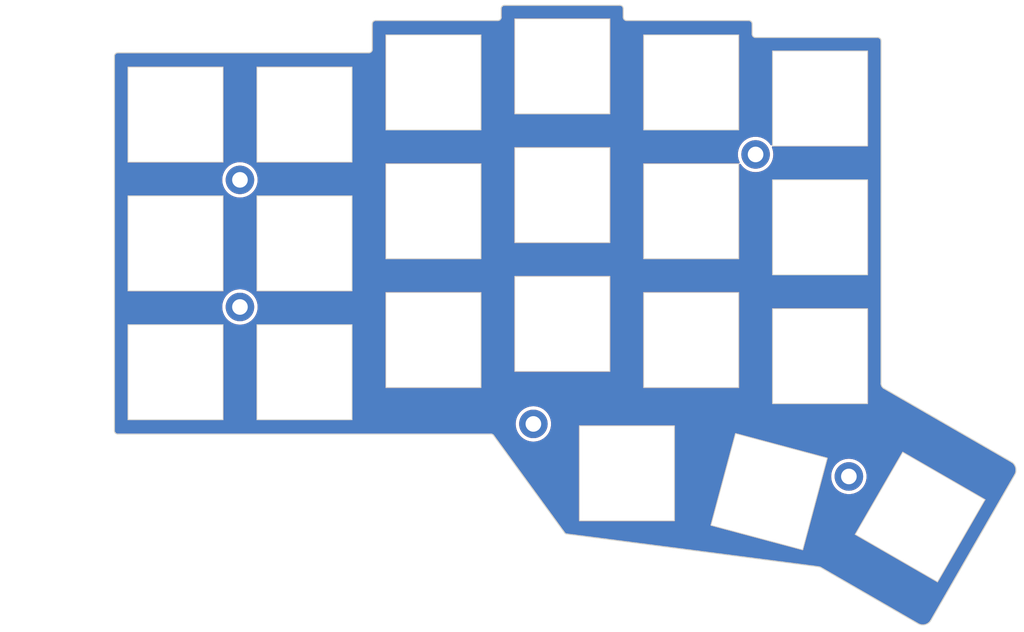
<source format=kicad_pcb>
(kicad_pcb (version 20240108) (generator "pcbnew") (generator_version "8.0")
  (title_block (title "Corne Top Plate") (date "2018-12-09") (rev "2.1") (company "foostan"))
  (layers (0 "F.Cu" signal) (31 "B.Cu" signal) (34 "B.Paste" user) (35 "F.Paste" user) (36 "B.SilkS" user "B.Silkscreen") (37 "F.SilkS" user "F.Silkscreen") (38 "B.Mask" user) (39 "F.Mask" user) (44 "Edge.Cuts" user))
  (net 0 "")
  (footprint "kbd:M2_Hole_TH" (layer "F.Cu") (at 79.5 86.75)
    (property "Reference" "" (at 0 -3.2 0) (layer "F.SilkS"))
    (property "Value" "")
    (pad "" thru_hole circle (at 0 0) (size 4.2 4.2) (drill 2.3) (layers "*.Cu" "*.Mask"))
  )
  (footprint "kbd:M2_Hole_TH" (layer "F.Cu") (at 79.5 105.5)
    (property "Reference" "" (at 0 -3.2 0) (layer "F.SilkS"))
    (property "Value" "")
    (pad "" thru_hole circle (at 0 0) (size 4.2 4.2) (drill 2.3) (layers "*.Cu" "*.Mask"))
  )
  (footprint "kbd:M2_Hole_TH" (layer "F.Cu") (at 155.5 83)
    (property "Reference" "" (at 0 -3.2 0) (layer "F.SilkS"))
    (property "Value" "")
    (pad "" thru_hole circle (at 0 0) (size 4.2 4.2) (drill 2.3) (layers "*.Cu" "*.Mask"))
  )
  (footprint "kbd:M2_Hole_TH" (layer "F.Cu") (at 122.75 122.75)
    (property "Reference" "" (at 0 -3.2 0) (layer "F.SilkS"))
    (property "Value" "")
    (pad "" thru_hole circle (at 0 0) (size 4.2 4.2) (drill 2.3) (layers "*.Cu" "*.Mask"))
  )
  (footprint "kbd:M2_Hole_TH" (layer "F.Cu") (at 169.25 130.5)
    (property "Reference" "" (at 0 -3.2 0) (layer "F.SilkS"))
    (property "Value" "")
    (pad "" thru_hole circle (at 0 0) (size 4.2 4.2) (drill 2.3) (layers "*.Cu" "*.Mask"))
  )
  (footprint "kbd:SW_Hole" (layer "F.Cu") (at 70.01 77.125)
    (property "Reference" "SW2" (hide yes))
    (property "Value" "KEY_SWITCH" (hide yes))
    (fp_line (start -7 -7) (end -7 7) (stroke (width 0.12)) (layer "Edge.Cuts"))
    (fp_line (start -7 7) (end 7 7) (stroke (width 0.12)) (layer "Edge.Cuts"))
    (fp_line (start 7 -7) (end -7 -7) (stroke (width 0.12)) (layer "Edge.Cuts"))
    (fp_line (start 7 7) (end 7 -7) (stroke (width 0.12)) (layer "Edge.Cuts"))
  )
  (footprint "kbd:SW_Hole" (layer "F.Cu") (at 70.01 96.125)
    (property "Reference" "SW2" (hide yes))
    (property "Value" "KEY_SWITCH" (hide yes))
    (fp_line (start -7 -7) (end -7 7) (stroke (width 0.12)) (layer "Edge.Cuts"))
    (fp_line (start -7 7) (end 7 7) (stroke (width 0.12)) (layer "Edge.Cuts"))
    (fp_line (start 7 -7) (end -7 -7) (stroke (width 0.12)) (layer "Edge.Cuts"))
    (fp_line (start 7 7) (end 7 -7) (stroke (width 0.12)) (layer "Edge.Cuts"))
  )
  (footprint "kbd:SW_Hole" (layer "F.Cu") (at 70.01 115.125)
    (property "Reference" "SW2" (hide yes))
    (property "Value" "KEY_SWITCH" (hide yes))
    (fp_line (start -7 -7) (end -7 7) (stroke (width 0.12)) (layer "Edge.Cuts"))
    (fp_line (start -7 7) (end 7 7) (stroke (width 0.12)) (layer "Edge.Cuts"))
    (fp_line (start 7 -7) (end -7 -7) (stroke (width 0.12)) (layer "Edge.Cuts"))
    (fp_line (start 7 7) (end 7 -7) (stroke (width 0.12)) (layer "Edge.Cuts"))
  )
  (footprint "kbd:SW_Hole" (layer "F.Cu") (at 89.01 77.125)
    (property "Reference" "SW2" (hide yes))
    (property "Value" "KEY_SWITCH" (hide yes))
    (fp_line (start -7 -7) (end -7 7) (stroke (width 0.12)) (layer "Edge.Cuts"))
    (fp_line (start -7 7) (end 7 7) (stroke (width 0.12)) (layer "Edge.Cuts"))
    (fp_line (start 7 -7) (end -7 -7) (stroke (width 0.12)) (layer "Edge.Cuts"))
    (fp_line (start 7 7) (end 7 -7) (stroke (width 0.12)) (layer "Edge.Cuts"))
  )
  (footprint "kbd:SW_Hole" (layer "F.Cu") (at 89.01 115.125)
    (property "Reference" "SW2" (hide yes))
    (property "Value" "KEY_SWITCH" (hide yes))
    (fp_line (start -7 -7) (end -7 7) (stroke (width 0.12)) (layer "Edge.Cuts"))
    (fp_line (start -7 7) (end 7 7) (stroke (width 0.12)) (layer "Edge.Cuts"))
    (fp_line (start 7 -7) (end -7 -7) (stroke (width 0.12)) (layer "Edge.Cuts"))
    (fp_line (start 7 7) (end 7 -7) (stroke (width 0.12)) (layer "Edge.Cuts"))
  )
  (footprint "kbd:SW_Hole" (layer "F.Cu") (at 89.01 96.125)
    (property "Reference" "SW2" (hide yes))
    (property "Value" "KEY_SWITCH" (hide yes))
    (fp_line (start -7 -7) (end -7 7) (stroke (width 0.12)) (layer "Edge.Cuts"))
    (fp_line (start -7 7) (end 7 7) (stroke (width 0.12)) (layer "Edge.Cuts"))
    (fp_line (start 7 -7) (end -7 -7) (stroke (width 0.12)) (layer "Edge.Cuts"))
    (fp_line (start 7 7) (end 7 -7) (stroke (width 0.12)) (layer "Edge.Cuts"))
  )
  (footprint "kbd:SW_Hole" (layer "F.Cu") (at 108.01 72.375)
    (property "Reference" "SW2" (hide yes))
    (property "Value" "KEY_SWITCH" (hide yes))
    (fp_line (start -7 -7) (end -7 7) (stroke (width 0.12)) (layer "Edge.Cuts"))
    (fp_line (start -7 7) (end 7 7) (stroke (width 0.12)) (layer "Edge.Cuts"))
    (fp_line (start 7 -7) (end -7 -7) (stroke (width 0.12)) (layer "Edge.Cuts"))
    (fp_line (start 7 7) (end 7 -7) (stroke (width 0.12)) (layer "Edge.Cuts"))
  )
  (footprint "kbd:SW_Hole" (layer "F.Cu") (at 108.01 110.375)
    (property "Reference" "SW2" (hide yes))
    (property "Value" "KEY_SWITCH" (hide yes))
    (fp_line (start -7 -7) (end -7 7) (stroke (width 0.12)) (layer "Edge.Cuts"))
    (fp_line (start -7 7) (end 7 7) (stroke (width 0.12)) (layer "Edge.Cuts"))
    (fp_line (start 7 -7) (end -7 -7) (stroke (width 0.12)) (layer "Edge.Cuts"))
    (fp_line (start 7 7) (end 7 -7) (stroke (width 0.12)) (layer "Edge.Cuts"))
  )
  (footprint "kbd:SW_Hole" (layer "F.Cu") (at 108.01 91.375)
    (property "Reference" "SW2" (hide yes))
    (property "Value" "KEY_SWITCH" (hide yes))
    (fp_line (start -7 -7) (end -7 7) (stroke (width 0.12)) (layer "Edge.Cuts"))
    (fp_line (start -7 7) (end 7 7) (stroke (width 0.12)) (layer "Edge.Cuts"))
    (fp_line (start 7 -7) (end -7 -7) (stroke (width 0.12)) (layer "Edge.Cuts"))
    (fp_line (start 7 7) (end 7 -7) (stroke (width 0.12)) (layer "Edge.Cuts"))
  )
  (footprint "kbd:SW_Hole" (layer "F.Cu") (at 127.01 70)
    (property "Reference" "SW2" (hide yes))
    (property "Value" "KEY_SWITCH" (hide yes))
    (fp_line (start -7 -7) (end -7 7) (stroke (width 0.12)) (layer "Edge.Cuts"))
    (fp_line (start -7 7) (end 7 7) (stroke (width 0.12)) (layer "Edge.Cuts"))
    (fp_line (start 7 -7) (end -7 -7) (stroke (width 0.12)) (layer "Edge.Cuts"))
    (fp_line (start 7 7) (end 7 -7) (stroke (width 0.12)) (layer "Edge.Cuts"))
  )
  (footprint "kbd:SW_Hole" (layer "F.Cu") (at 127.01 108)
    (property "Reference" "SW2" (hide yes))
    (property "Value" "KEY_SWITCH" (hide yes))
    (fp_line (start -7 -7) (end -7 7) (stroke (width 0.12)) (layer "Edge.Cuts"))
    (fp_line (start -7 7) (end 7 7) (stroke (width 0.12)) (layer "Edge.Cuts"))
    (fp_line (start 7 -7) (end -7 -7) (stroke (width 0.12)) (layer "Edge.Cuts"))
    (fp_line (start 7 7) (end 7 -7) (stroke (width 0.12)) (layer "Edge.Cuts"))
  )
  (footprint "kbd:SW_Hole" (layer "F.Cu") (at 127.01 89)
    (property "Reference" "SW2" (hide yes))
    (property "Value" "KEY_SWITCH" (hide yes))
    (fp_line (start -7 -7) (end -7 7) (stroke (width 0.12)) (layer "Edge.Cuts"))
    (fp_line (start -7 7) (end 7 7) (stroke (width 0.12)) (layer "Edge.Cuts"))
    (fp_line (start 7 -7) (end -7 -7) (stroke (width 0.12)) (layer "Edge.Cuts"))
    (fp_line (start 7 7) (end 7 -7) (stroke (width 0.12)) (layer "Edge.Cuts"))
  )
  (footprint "kbd:SW_Hole" (layer "F.Cu") (at 146.01 110.375)
    (property "Reference" "SW2" (hide yes))
    (property "Value" "KEY_SWITCH" (hide yes))
    (fp_line (start -7 -7) (end -7 7) (stroke (width 0.12)) (layer "Edge.Cuts"))
    (fp_line (start -7 7) (end 7 7) (stroke (width 0.12)) (layer "Edge.Cuts"))
    (fp_line (start 7 -7) (end -7 -7) (stroke (width 0.12)) (layer "Edge.Cuts"))
    (fp_line (start 7 7) (end 7 -7) (stroke (width 0.12)) (layer "Edge.Cuts"))
  )
  (footprint "kbd:SW_Hole" (layer "F.Cu") (at 146.01 72.375)
    (property "Reference" "SW2" (hide yes))
    (property "Value" "KEY_SWITCH" (hide yes))
    (fp_line (start -7 -7) (end -7 7) (stroke (width 0.12)) (layer "Edge.Cuts"))
    (fp_line (start -7 7) (end 7 7) (stroke (width 0.12)) (layer "Edge.Cuts"))
    (fp_line (start 7 -7) (end -7 -7) (stroke (width 0.12)) (layer "Edge.Cuts"))
    (fp_line (start 7 7) (end 7 -7) (stroke (width 0.12)) (layer "Edge.Cuts"))
  )
  (footprint "kbd:SW_Hole" (layer "F.Cu") (at 146.01 91.375)
    (property "Reference" "SW2" (hide yes))
    (property "Value" "KEY_SWITCH" (hide yes))
    (fp_line (start -7 -7) (end -7 7) (stroke (width 0.12)) (layer "Edge.Cuts"))
    (fp_line (start -7 7) (end 7 7) (stroke (width 0.12)) (layer "Edge.Cuts"))
    (fp_line (start 7 -7) (end -7 -7) (stroke (width 0.12)) (layer "Edge.Cuts"))
    (fp_line (start 7 7) (end 7 -7) (stroke (width 0.12)) (layer "Edge.Cuts"))
  )
  (footprint "kbd:SW_Hole" (layer "F.Cu") (at 165.01 93.75)
    (property "Reference" "SW2" (hide yes))
    (property "Value" "KEY_SWITCH" (hide yes))
    (fp_line (start -7 -7) (end -7 7) (stroke (width 0.12)) (layer "Edge.Cuts"))
    (fp_line (start -7 7) (end 7 7) (stroke (width 0.12)) (layer "Edge.Cuts"))
    (fp_line (start 7 -7) (end -7 -7) (stroke (width 0.12)) (layer "Edge.Cuts"))
    (fp_line (start 7 7) (end 7 -7) (stroke (width 0.12)) (layer "Edge.Cuts"))
  )
  (footprint "kbd:SW_Hole" (layer "F.Cu") (at 165.01 74.75)
    (property "Reference" "SW2" (hide yes))
    (property "Value" "KEY_SWITCH" (hide yes))
    (fp_line (start -7 -7) (end -7 7) (stroke (width 0.12)) (layer "Edge.Cuts"))
    (fp_line (start -7 7) (end 7 7) (stroke (width 0.12)) (layer "Edge.Cuts"))
    (fp_line (start 7 -7) (end -7 -7) (stroke (width 0.12)) (layer "Edge.Cuts"))
    (fp_line (start 7 7) (end 7 -7) (stroke (width 0.12)) (layer "Edge.Cuts"))
  )
  (footprint "kbd:SW_Hole" (layer "F.Cu") (at 165.01 112.75)
    (property "Reference" "SW2" (hide yes))
    (property "Value" "KEY_SWITCH" (hide yes))
    (fp_line (start -7 -7) (end -7 7) (stroke (width 0.12)) (layer "Edge.Cuts"))
    (fp_line (start -7 7) (end 7 7) (stroke (width 0.12)) (layer "Edge.Cuts"))
    (fp_line (start 7 -7) (end -7 -7) (stroke (width 0.12)) (layer "Edge.Cuts"))
    (fp_line (start 7 7) (end 7 -7) (stroke (width 0.12)) (layer "Edge.Cuts"))
  )
  (footprint "kbd:SW_Hole" (layer "F.Cu") (at 136.53 130.035)
    (property "Reference" "SW2" (hide yes))
    (property "Value" "KEY_SWITCH" (hide yes))
    (fp_line (start -7 -7) (end -7 7) (stroke (width 0.12)) (layer "Edge.Cuts"))
    (fp_line (start -7 7) (end 7 7) (stroke (width 0.12)) (layer "Edge.Cuts"))
    (fp_line (start 7 -7) (end -7 -7) (stroke (width 0.12)) (layer "Edge.Cuts"))
    (fp_line (start 7 7) (end 7 -7) (stroke (width 0.12)) (layer "Edge.Cuts"))
  )
  (footprint "kbd:SW_Hole" (layer "F.Cu") (at 157.492 132.744 -15)
    (property "Reference" "SW2" (hide yes))
    (property "Value" "KEY_SWITCH" (hide yes))
    (fp_line (start -7 7) (end 7 7) (stroke (width 0.12)) (layer "Edge.Cuts"))
    (fp_line (start -7 -7) (end -7 7) (stroke (width 0.12)) (layer "Edge.Cuts"))
    (fp_line (start 7 7) (end 7 -7) (stroke (width 0.12)) (layer "Edge.Cuts"))
    (fp_line (start 7 -7) (end -7 -7) (stroke (width 0.12)) (layer "Edge.Cuts"))
  )
  (footprint "kbd:SW_Hole" (layer "F.Cu") (at 179.75 136.485 -30)
    (property "Reference" "SW2" (hide yes))
    (property "Value" "KEY_SWITCH" (hide yes))
    (fp_line (start -7 7) (end 7 7) (stroke (width 0.12)) (layer "Edge.Cuts"))
    (fp_line (start -7 -7) (end -7 7) (stroke (width 0.12)) (layer "Edge.Cuts"))
    (fp_line (start 7 7) (end 7 -7) (stroke (width 0.12)) (layer "Edge.Cuts"))
    (fp_line (start 7 -7) (end -7 -7) (stroke (width 0.12)) (layer "Edge.Cuts"))
  )
  (footprint "kbd:corne-logo-horizontal-mask" (layer "F.Cu") (at 108.335 121.925)
    (property "Reference" "G***" (hide yes))
    (property "Value" "LOGO" (hide yes))
  )
  (footprint "kbd:corne-logo-horizontal-mask" (layer "B.Cu") (at 108.085 121.975 180)
    (property "Reference" "G***" (hide yes))
    (property "Value" "LOGO" (hide yes))
  )
  (gr_arc (start 193.270509 128.396988) (mid 193.860661 129.282182) (end 193.65 130.325) (stroke (width 0.15)) (layer "Edge.Cuts"))
  (gr_arc (start 118 61.5) (mid 118.146447 61.146447) (end 118.5 61) (stroke (width 0.15)) (layer "Edge.Cuts"))
  (gr_arc (start 61.5 124.25) (mid 61.146447 124.103553) (end 61 123.75) (stroke (width 0.15)) (layer "Edge.Cuts"))
  (gr_line (start 155 65.25) (end 155 63.75) (stroke (width 0.15)) (layer "Edge.Cuts"))
  (gr_arc (start 154.5 63.25) (mid 154.853553 63.396447) (end 155 63.75) (stroke (width 0.15)) (layer "Edge.Cuts"))
  (gr_line (start 165.075 143.9) (end 179.369251 152.160956) (stroke (width 0.15)) (layer "Edge.Cuts"))
  (gr_line (start 117.5 63.25) (end 99.5 63.25) (stroke (width 0.15)) (layer "Edge.Cuts"))
  (gr_arc (start 136.5 63.25) (mid 136.146447 63.103553) (end 136 62.75) (stroke (width 0.15)) (layer "Edge.Cuts"))
  (gr_line (start 154.5 63.25) (end 136.5 63.25) (stroke (width 0.15)) (layer "Edge.Cuts"))
  (gr_line (start 135.5 61) (end 118.5 61) (stroke (width 0.15)) (layer "Edge.Cuts"))
  (gr_arc (start 61 68.5) (mid 61.146447 68.146447) (end 61.5 68) (stroke (width 0.15)) (layer "Edge.Cuts"))
  (gr_line (start 99 63.75) (end 99 67.5) (stroke (width 0.15)) (layer "Edge.Cuts"))
  (gr_line (start 116.5 124.25) (end 61.5 124.25) (stroke (width 0.15)) (layer "Edge.Cuts"))
  (gr_arc (start 181.297263 151.781465) (mid 180.412069 152.371617) (end 179.369251 152.160956) (stroke (width 0.15)) (layer "Edge.Cuts"))
  (gr_arc (start 174.35 117.475) (mid 174.096093 117.183739) (end 173.997282 116.810192) (stroke (width 0.15)) (layer "Edge.Cuts"))
  (gr_line (start 127.75 139) (end 164.420556 143.770344) (stroke (width 0.15)) (layer "Edge.Cuts"))
  (gr_line (start 181.297263 151.781465) (end 193.65 130.325) (stroke (width 0.15)) (layer "Edge.Cuts"))
  (gr_line (start 116.853553 124.396447) (end 127.396447 138.853553) (stroke (width 0.15)) (layer "Edge.Cuts"))
  (gr_arc (start 173.5 65.75) (mid 173.853553 65.896447) (end 174 66.25) (stroke (width 0.15)) (layer "Edge.Cuts"))
  (gr_arc (start 99 67.5) (mid 98.853553 67.853553) (end 98.5 68) (stroke (width 0.15)) (layer "Edge.Cuts"))
  (gr_line (start 174 66.25) (end 173.997282 116.810192) (stroke (width 0.15)) (layer "Edge.Cuts"))
  (gr_arc (start 116.5 124.25) (mid 116.691342 124.28806) (end 116.853553 124.396447) (stroke (width 0.15)) (layer "Edge.Cuts"))
  (gr_arc (start 99 63.75) (mid 99.146447 63.396447) (end 99.5 63.25) (stroke (width 0.15)) (layer "Edge.Cuts"))
  (gr_line (start 118 61.5) (end 118 62.75) (stroke (width 0.15)) (layer "Edge.Cuts"))
  (gr_arc (start 135.5 61) (mid 135.853553 61.146447) (end 136 61.5) (stroke (width 0.15)) (layer "Edge.Cuts"))
  (gr_arc (start 127.75 139) (mid 127.558658 138.96194) (end 127.396447 138.853553) (stroke (width 0.15)) (layer "Edge.Cuts"))
  (gr_line (start 136 62.75) (end 136 61.5) (stroke (width 0.15)) (layer "Edge.Cuts"))
  (gr_line (start 173.5 65.75) (end 155.5 65.75) (stroke (width 0.15)) (layer "Edge.Cuts"))
  (gr_arc (start 164.420556 143.770344) (mid 164.750952 143.819149) (end 165.075 143.9) (stroke (width 0.15)) (layer "Edge.Cuts"))
  (gr_line (start 61 68.5) (end 61 123.75) (stroke (width 0.15)) (layer "Edge.Cuts"))
  (gr_line (start 98.5 68) (end 61.5 68) (stroke (width 0.15)) (layer "Edge.Cuts"))
  (gr_arc (start 118 62.75) (mid 117.853553 63.103553) (end 117.5 63.25) (stroke (width 0.15)) (layer "Edge.Cuts"))
  (gr_line (start 193.270509 128.396988) (end 174.35 117.475) (stroke (width 0.15)) (layer "Edge.Cuts"))
  (gr_arc (start 155.5 65.75) (mid 155.146447 65.603553) (end 155 65.25) (stroke (width 0.15)) (layer "Edge.Cuts"))
  (zone (net 0) (net_name "") (layer "F.Cu") (connect_pads (clearance 0.508)) (min_thickness 0.254) (fill yes (thermal_gap 0.508) (thermal_bridge_width 0.508))
    (polygon (pts (xy 136.535 62.875) (xy 155.56 62.875) (xy 155.56 65.225) (xy 174.535 65.225) (xy 174.535 116.7) (xy 195.085 128.65) (xy 180.71 153.475) (xy 164.86 144.3) (xy 127.31 139.425) (xy 116.635 124.65) (xy 60.485 124.65) (xy 60.485 67.6) (xy 98.485 67.6) (xy 98.485 62.85) (xy 117.485 62.85) (xy 117.485 60.475) (xy 136.535 60.475)))
  )
  (zone (net 0) (net_name "") (layer "B.Cu") (connect_pads (clearance 0.508)) (min_thickness 0.254) (fill yes (thermal_gap 0.508) (thermal_bridge_width 0.508))
    (polygon (pts (xy 136.535 62.85) (xy 155.56 62.85) (xy 155.56 65.225) (xy 174.535 65.225) (xy 174.535 116.7) (xy 195.035 128.625) (xy 180.71 153.45) (xy 164.91 144.325) (xy 127.31 139.425) (xy 116.635 124.65) (xy 60.485 124.65) (xy 60.485 67.6) (xy 98.485 67.6) (xy 98.485 62.85) (xy 117.485 62.875) (xy 117.485 60.475) (xy 136.535 60.475)))
  )
)
</source>
